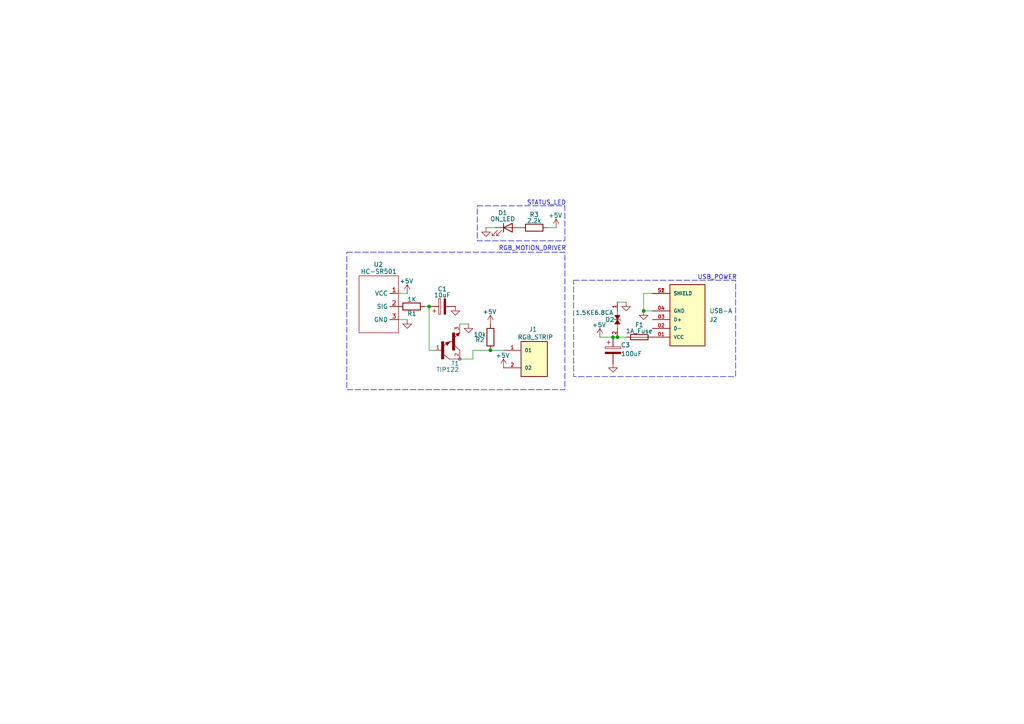
<source format=kicad_sch>
(kicad_sch (version 20231120) (generator "eeschema") (generator_version "8.0")
  (paper "A4")
  (title_block (title "Door Notify") (date "2024-10-20") (rev "B") (company "Rullo Corporation"))
  (lib_symbols
    (symbol "Device:C_Polarized" (pin_numbers hide) (pin_names (offset 0.254))
      (property "Reference" "C" (at 0.635 2.54 0))
      (property "Value" "C_Polarized" (at 0.635 -2.54 0))
      (symbol "C_Polarized_0_1"
        (rectangle (start -2.286 0.508) (end 2.286 1.016))
        (polyline (pts (xy -1.778 2.286) (xy -0.762 2.286)))
        (polyline (pts (xy -1.27 2.794) (xy -1.27 1.778)))
        (rectangle (start 2.286 -0.508) (end -2.286 -1.016) (fill (type outline)))
      )
      (symbol "C_Polarized_1_1"
        (pin passive line (at 0 3.81 270) (length 2.794) (name "~") (number "1"))
        (pin passive line (at 0 -3.81 90) (length 2.794) (name "~") (number "2"))
      )
    )
    (symbol "Device:Fuse" (pin_numbers hide) (pin_names (offset 0))
      (property "Reference" "F" (at 2.032 0 90))
      (property "Value" "Fuse" (at -1.905 0 90))
      (symbol "Fuse_0_1"
        (rectangle (start -0.762 -2.54) (end 0.762 2.54) (stroke (width 0.254)))
        (polyline (pts (xy 0 2.54) (xy 0 -2.54)))
      )
      (symbol "Fuse_1_1"
        (pin passive line (at 0 3.81 270) (length 1.27) (name "~") (number "1"))
        (pin passive line (at 0 -3.81 90) (length 1.27) (name "~") (number "2"))
      )
    )
    (symbol "Device:LED" (pin_numbers hide) (pin_names (offset 1.016) hide)
      (property "Reference" "D" (at 0 2.54 0))
      (property "Value" "LED" (at 0 -2.54 0))
      (symbol "LED_0_1"
        (polyline (pts (xy -1.27 -1.27) (xy -1.27 1.27)) (stroke (width 0.254)))
        (polyline (pts (xy -1.27 0) (xy 1.27 0)))
        (polyline (pts (xy 1.27 -1.27) (xy 1.27 1.27) (xy -1.27 0) (xy 1.27 -1.27)) (stroke (width 0.254)))
        (polyline (pts (xy -3.048 -0.762) (xy -4.572 -2.286) (xy -3.81 -2.286) (xy -4.572 -2.286) (xy -4.572 -1.524)))
        (polyline (pts (xy -1.778 -0.762) (xy -3.302 -2.286) (xy -2.54 -2.286) (xy -3.302 -2.286) (xy -3.302 -1.524)))
      )
      (symbol "LED_1_1"
        (pin passive line (at -3.81 0 0) (length 2.54) (name "K") (number "1"))
        (pin passive line (at 3.81 0 180) (length 2.54) (name "A") (number "2"))
      )
    )
    (symbol "Device:R" (pin_numbers hide) (pin_names (offset 0))
      (property "Reference" "R" (at 2.032 0 90))
      (property "Value" "R" (at 0 0 90))
      (symbol "R_0_1"
        (rectangle (start -1.016 -2.54) (end 1.016 2.54) (stroke (width 0.254)))
      )
      (symbol "R_1_1"
        (pin passive line (at 0 3.81 270) (length 1.27) (name "~") (number "1"))
        (pin passive line (at 0 -3.81 90) (length 1.27) (name "~") (number "2"))
      )
    )
    (symbol "TIP122:TIP122" (pin_names (offset 1.016))
      (property "Reference" "T" (at -6.3504 7.6205 0))
      (property "Value" "TIP122" (at -4.0719 5.0899 0))
      (symbol "TIP122_0_0"
        (rectangle (start -0.2544 -2.5438) (end 0.508 2.54) (stroke (width 0.1)) (fill (type outline)))
        (polyline (pts (xy 0.916 -2.186) (xy 1.424 -1.424)) (stroke (width 0.1524)))
        (polyline (pts (xy 1.016 -2.159) (xy 2.032 -2.413)) (stroke (width 0.127)))
        (polyline (pts (xy 1.143 -2.032) (xy 1.905 -2.286)) (stroke (width 0.254)))
        (polyline (pts (xy 1.186 -1.84) (xy 0.208 -1.197)) (stroke (width 0.1524)))
        (polyline (pts (xy 1.397 -1.778) (xy 1.397 -1.905)) (stroke (width 0.254)))
        (polyline (pts (xy 1.397 -1.651) (xy 1.143 -2.032)) (stroke (width 0.127)))
        (polyline (pts (xy 1.397 -1.524) (xy 1.016 -2.159)) (stroke (width 0.127)))
        (polyline (pts (xy 1.424 -1.424) (xy 2.286 -2.54)) (stroke (width 0.1524)))
        (polyline (pts (xy 1.905 -2.286) (xy 1.397 -1.778)) (stroke (width 0.254)))
        (polyline (pts (xy 2.032 -2.413) (xy 1.397 -1.651)) (stroke (width 0.127)))
        (polyline (pts (xy 2.032 2.54) (xy 0.508 1.27)) (stroke (width 0.1524)))
        (polyline (pts (xy 2.159 -2.413) (xy 1.397 -1.524)) (stroke (width 0.127)))
        (polyline (pts (xy 2.286 -2.54) (xy 0.916 -2.186)) (stroke (width 0.1524)))
        (polyline (pts (xy 2.921 -2.54) (xy 2.286 -2.54)) (stroke (width 0.1524)))
        (polyline (pts (xy 3.964 -4.699) (xy 4.572 -4.064)) (stroke (width 0.1524)))
        (polyline (pts (xy 4.064 -4.699) (xy 4.826 -4.953)) (stroke (width 0.127)))
        (polyline (pts (xy 4.191 -4.699) (xy 4.699 -4.826)) (stroke (width 0.254)))
        (polyline (pts (xy 4.28 -4.38) (xy 3.483 -3.61)) (stroke (width 0.1524)))
        (polyline (pts (xy 4.572 -4.572) (xy 4.445 -4.572)) (stroke (width 0.254)))
        (polyline (pts (xy 4.572 -4.318) (xy 4.191 -4.699)) (stroke (width 0.254)))
        (polyline (pts (xy 4.572 -4.191) (xy 4.064 -4.699)) (stroke (width 0.127)))
        (polyline (pts (xy 4.572 -4.064) (xy 5.08 -5.08)) (stroke (width 0.1524)))
        (polyline (pts (xy 4.699 -4.826) (xy 4.572 -4.572)) (stroke (width 0.254)))
        (polyline (pts (xy 4.826 -4.953) (xy 4.572 -4.318)) (stroke (width 0.127)))
        (polyline (pts (xy 4.953 -4.953) (xy 4.572 -4.191)) (stroke (width 0.127)))
        (polyline (pts (xy 5.08 -5.08) (xy 3.964 -4.699)) (stroke (width 0.1524)))
        (polyline (pts (xy 5.08 0) (xy 3.683 -1.27)) (stroke (width 0.1524)))
        (polyline (pts (xy 5.08 2.54) (xy 2.032 2.54)) (stroke (width 0.1524)))
        (rectangle (start 2.924 -5.0853) (end 3.683 0) (stroke (width 0.1)) (fill (type outline)))
        (circle (center 5.08 2.54) (radius 0.381))
        (pin passive line (at -2.54 0 0) (length 2.54) (name "~") (number "1"))
        (pin passive line (at 5.08 2.54 270) (length 2.54) (name "~") (number "2"))
        (pin passive line (at 5.08 -7.62 90) (length 2.54) (name "~") (number "3"))
      )
    )
    (symbol "TVS_1.5KE6.8CA:1.5KE6.8CA" (pin_names (offset 1.016))
      (property "Reference" "D" (at -5.08 2.54 0))
      (property "Value" "1.5KE6.8CA" (at -5.08 -5.08 0))
      (symbol "1.5KE6.8CA_0_0"
        (polyline (pts (xy -1.27 0) (xy -2.54 0)) (stroke (width 0.1524)))
        (polyline (pts (xy 0 -0.762) (xy -0.254 -1.016)) (stroke (width 0.1524)))
        (polyline (pts (xy 0 -0.762) (xy 0 0.762)) (stroke (width 0.1524)))
        (polyline (pts (xy 0 0.762) (xy 0.254 1.016)) (stroke (width 0.1524)))
        (polyline (pts (xy 1.27 0) (xy 2.54 0)) (stroke (width 0.1524)))
        (polyline (pts (xy 0 0) (xy -1.27 -0.762) (xy -1.27 0.762) (xy 0 0)) (stroke (width 0.1524)) (fill (type outline)))
        (polyline (pts (xy 0 0) (xy 1.27 0.762) (xy 1.27 -0.762) (xy 0 0)) (stroke (width 0.1524)) (fill (type outline)))
        (pin passive line (at -5.08 0 0) (length 2.54) (name "~") (number "1"))
        (pin passive line (at 5.08 0 180) (length 2.54) (name "~") (number "2"))
      )
    )
    (symbol "Terminal_Block:EBBA-02-C-SS-BU" (pin_names (offset 1.016))
      (property "Reference" "J" (at -5.08 7.62 0))
      (property "Value" "EBBA-02-C-SS-BU" (at 15.24 -2.54 0))
      (symbol "EBBA-02-C-SS-BU_0_0"
        (rectangle (start -5.08 -2.54) (end 5.08 5.08) (stroke (width 0.254)) (fill (type background)))
        (pin bidirectional line (at -2.54 -7.62 90) (length 5.08) (name "01") (number "1"))
        (pin bidirectional line (at 2.54 -7.62 90) (length 5.08) (name "02") (number "2"))
      )
    )
    (symbol "USB-AM-S-X-X-TH:USB-AM-S-X-X-TH" (pin_names (offset 1.016))
      (property "Reference" "J" (at -5.08 8.89 0))
      (property "Value" "USB-AM-S-X-X-TH" (at -5.08 -12.7 0))
      (symbol "USB-AM-S-X-X-TH_0_0"
        (rectangle (start -5.08 -10.16) (end 5.08 7.62) (stroke (width 0.254)) (fill (type background)))
        (pin power_in line (at -10.16 5.08 0) (length 5.08) (name "VCC") (number "01"))
        (pin bidirectional line (at -10.16 2.54 0) (length 5.08) (name "D-") (number "02"))
        (pin bidirectional line (at -10.16 0 0) (length 5.08) (name "D+") (number "03"))
        (pin power_in line (at -10.16 -2.54 0) (length 5.08) (name "GND") (number "04"))
        (pin passive line (at -10.16 -7.62 0) (length 5.08) (name "SHIELD") (number "S1"))
        (pin passive line (at -10.16 -7.62 0) (length 5.08) (name "SHIELD") (number "S2"))
      )
    )
    (symbol "kicad_custom:HC-SR501"
      (property "Reference" "U" (at 2.286 9.906 0))
      (symbol "HC-SR501_0_1"
        (rectangle (start 7.62 8.89) (end -3.81 -7.62))
      )
      (symbol "HC-SR501_1_1"
        (pin input line (at 7.62 3.81 180) (length 2.54) (name "VCC") (number "1"))
        (pin output line (at 7.62 0 180) (length 2.54) (name "SIG") (number "2"))
        (pin input line (at 7.62 -3.81 180) (length 2.54) (name "GND") (number "3"))
      )
    )
    (symbol "power:+5V" (power) (pin_numbers hide) (pin_names (offset 0) hide)
      (property "Value" "+5V" (at 0 3.556 0))
      (symbol "+5V_0_1"
        (polyline (pts (xy -0.762 1.27) (xy 0 2.54)))
        (polyline (pts (xy 0 0) (xy 0 2.54)))
        (polyline (pts (xy 0 2.54) (xy 0.762 1.27)))
      )
      (symbol "+5V_1_1"
        (pin power_in line (at 0 0 90) (length 0) (name "~") (number "1"))
      )
    )
    (symbol "power:GND" (power) (pin_numbers hide) (pin_names (offset 0) hide)
      (property "Value" "GND" (at 0 -3.81 0))
      (symbol "GND_0_1"
        (polyline (pts (xy 0 0) (xy 0 -1.27) (xy 1.27 -1.27) (xy 0 -2.54) (xy -1.27 -1.27) (xy 0 -1.27)))
      )
      (symbol "GND_1_1"
        (pin power_in line (at 0 0 270) (length 0) (name "~") (number "1"))
      )
    )
  )
  (junction (at 177.8 97.79))
  (junction (at 186.69 90.17))
  (junction (at 124.46 88.9))
  (junction (at 142.24 101.6))
  (junction (at 179.07 97.79))
  (wire (pts (xy 173.99 97.79) (xy 177.8 97.79)))
  (wire (pts (xy 137.16 104.14) (xy 133.35 104.14)))
  (wire (pts (xy 179.07 87.63) (xy 181.61 87.63)))
  (wire (pts (xy 142.24 101.6) (xy 146.05 101.6)))
  (wire (pts (xy 115.57 85.09) (xy 118.11 85.09)))
  (wire (pts (xy 189.23 85.09) (xy 186.69 85.09)))
  (wire (pts (xy 124.46 101.6) (xy 125.73 101.6)))
  (wire (pts (xy 186.69 85.09) (xy 186.69 90.17)))
  (wire (pts (xy 137.16 101.6) (xy 137.16 104.14)))
  (wire (pts (xy 177.8 97.79) (xy 179.07 97.79)))
  (wire (pts (xy 140.97 66.04) (xy 143.51 66.04)))
  (wire (pts (xy 133.35 93.98) (xy 135.89 93.98)))
  (wire (pts (xy 158.75 66.04) (xy 161.29 66.04)))
  (wire (pts (xy 179.07 97.79) (xy 181.61 97.79)))
  (wire (pts (xy 186.69 90.17) (xy 189.23 90.17)))
  (wire (pts (xy 123.19 88.9) (xy 124.46 88.9)))
  (wire (pts (xy 124.46 88.9) (xy 124.46 101.6)))
  (wire (pts (xy 142.24 101.6) (xy 137.16 101.6)))
  (wire (pts (xy 115.57 92.71) (xy 118.11 92.71)))
  (rectangle (start 138.43 59.69) (end 163.83 69.85) (stroke (width 0) (type dash)))
  (rectangle (start 100.584 73.152) (end 163.83 113.03) (stroke (width 0) (type dash)))
  (rectangle (start 166.37 81.28) (end 213.36 109.22) (stroke (width 0) (type dash)))
  (text "STATUS_LED" (at 158.496 58.928 0) (effects (font (size 1.27 1.27))))
  (text "RGB_MOTION_DRIVER" (at 154.432 72.136 0) (effects (font (size 1.27 1.27))))
  (text "USB_POWER" (at 208.026 80.518 0) (effects (font (size 1.27 1.27))))
  (symbol (lib_id "TVS_1.5KE6.8CA:1.5KE6.8CA") (at 179.07 92.71 270) (unit 1)
    (property "Reference" "D2" (at 175.514 92.71 90) (effects (justify left)))
    (property "Value" "1.5KE6.8CA" (at 166.878 90.678 90) (effects (justify left)))
    (property "Footprint" "TVS_1.5KE6.8CA:DIOAD1586W101L900D530" (effects (hide yes)))
    (property "MF" "Taiwan Semiconductor" (effects (hide yes)))
    (property "MAXIMUM_PACKAGE_HEIGHT" "5.6 mm" (effects (hide yes)))
    (property "Package" "DO-201 Taiwan Semiconductor" (effects (hide yes)))
    (property "Price" "None" (effects (hide yes)))
    (property "Check_prices" "https://www.snapeda.com/parts/1.5KE6.8CA/Taiwan+Semiconductor/view-part/?ref=eda" (effects (hide yes)))
    (property "STANDARD" "IPC-7351B" (effects (hide yes)))
    (property "PARTREV" "O2104" (effects (hide yes)))
    (property "SnapEDA_Link" "https://www.snapeda.com/parts/1.5KE6.8CA/Taiwan+Semiconductor/view-part/?ref=snap" (effects (hide yes)))
    (property "MP" "1.5KE6.8CA" (effects (hide yes)))
    (property "Description_1" "\n1500W, 6.8V, 5%, Bidirectional, TVS\n" (effects (hide yes)))
    (property "Availability" "In Stock" (effects (hide yes)))
    (property "MANUFACTURER" "Taiwan Semiconductor" (effects (hide yes)))
  )
  (symbol (lib_id "power:+5V") (at 173.99 97.79 0) (unit 1)
    (property "Reference" "#PWR09" (effects (hide yes)))
    (property "Value" "+5V" (at 173.736 94.234 0))
    (property "Description" "Power symbol creates a global label with name \"+5V\"" (effects (hide yes)))
  )
  (symbol (lib_id "Device:C_Polarized") (at 128.27 88.9 90) (unit 1)
    (property "Reference" "C1" (at 128.27 83.82 90))
    (property "Value" "10uF" (at 128.27 85.598 90))
    (property "Footprint" "Capacitor_THT:CP_Radial_D5.0mm_P2.50mm" (effects (hide yes)))
    (property "Description" "Polarized capacitor" (effects (hide yes)))
  )
  (symbol (lib_id "power:GND") (at 140.97 66.04 0) (unit 1)
    (property "Reference" "#PWR05" (effects (hide yes)))
    (property "Value" "GND" (effects (hide yes)))
    (property "Description" "Power symbol creates a global label with name \"GND\" , ground" (effects (hide yes)))
  )
  (symbol (lib_id "power:GND") (at 135.89 93.98 0) (unit 1)
    (property "Reference" "#PWR03" (effects (hide yes)))
    (property "Value" "GND" (effects (hide yes)))
    (property "Description" "Power symbol creates a global label with name \"GND\" , ground" (effects (hide yes)))
  )
  (symbol (lib_id "Device:LED") (at 147.32 66.04 0) (unit 1)
    (property "Reference" "D1" (at 145.796 61.722 0))
    (property "Value" "ON_LED" (at 145.796 63.5 0))
    (property "Footprint" "LED_THT:LED_D5.0mm" (effects (hide yes)))
    (property "Description" "Light emitting diode" (effects (hide yes)))
  )
  (symbol (lib_id "power:GND") (at 132.08 88.9 0) (unit 1)
    (property "Reference" "#PWR04" (effects (hide yes)))
    (property "Value" "GND" (effects (hide yes)))
    (property "Description" "Power symbol creates a global label with name \"GND\" , ground" (effects (hide yes)))
  )
  (symbol (lib_id "power:GND") (at 181.61 87.63 0) (unit 1)
    (property "Reference" "#PWR011" (effects (hide yes)))
    (property "Value" "GND" (effects (hide yes)))
    (property "Description" "Power symbol creates a global label with name \"GND\" , ground" (effects (hide yes)))
  )
  (symbol (lib_id "power:GND") (at 118.11 92.71 0) (unit 1)
    (property "Reference" "#PWR01" (effects (hide yes)))
    (property "Value" "GND" (effects (hide yes)))
    (property "Description" "Power symbol creates a global label with name \"GND\" , ground" (effects (hide yes)))
  )
  (symbol (lib_id "power:+5V") (at 118.11 85.09 0) (unit 1)
    (property "Reference" "#PWR02" (effects (hide yes)))
    (property "Value" "+5V" (at 117.856 81.534 0))
    (property "Description" "Power symbol creates a global label with name \"+5V\"" (effects (hide yes)))
  )
  (symbol (lib_id "Device:R") (at 142.24 97.79 180) (unit 1)
    (property "Reference" "R2" (at 139.192 98.552 0))
    (property "Value" "10k" (at 139.192 97.028 0))
    (property "Footprint" "Resistor_THT:R_Axial_DIN0207_L6.3mm_D2.5mm_P10.16mm_Horizontal" (effects (hide yes)))
    (property "Description" "Resistor" (effects (hide yes)))
  )
  (symbol (lib_id "power:+5V") (at 161.29 66.04 0) (unit 1)
    (property "Reference" "#PWR010" (effects (hide yes)))
    (property "Value" "+5V" (at 161.036 62.484 0))
    (property "Description" "Power symbol creates a global label with name \"+5V\"" (effects (hide yes)))
  )
  (symbol (lib_id "power:GND") (at 186.69 90.17 0) (unit 1)
    (property "Reference" "#PWR07" (effects (hide yes)))
    (property "Value" "GND" (effects (hide yes)))
    (property "Description" "Power symbol creates a global label with name \"GND\" , ground" (effects (hide yes)))
  )
  (symbol (lib_id "Terminal_Block:EBBA-02-C-SS-BU") (at 153.67 104.14 270) (unit 1)
    (property "Reference" "J1" (at 153.416 95.504 90) (effects (justify left)))
    (property "Value" "RGB_STRIP" (at 150.114 97.79 90) (effects (justify left)))
    (property "Footprint" "EBBA-02-C-SS-BU:EBBA-02-C-SS-BU" (effects (hide yes)))
    (property "MF" "Adam Tech" (effects (hide yes)))
    (property "Description_1" "\nTerminal block, EURO BLOCK, slotted screw, 5.00mm pitch, blue, 2 position | Adam Tech EBBA-02-C-SS-BU\n" (effects (hide yes)))
    (property "Package" "None" (effects (hide yes)))
    (property "Price" "None" (effects (hide yes)))
    (property "SnapEDA_Link" "https://www.snapeda.com/parts/EBBA-02-C-SS-BU/Adam+Tech/view-part/?ref=snap" (effects (hide yes)))
    (property "MP" "EBBA-02-C-SS-BU" (effects (hide yes)))
    (property "Purchase-URL" "https://www.snapeda.com/api/url_track_click_mouser/?unipart_id=583598&manufacturer=Adam Tech&part_name=EBBA-02-C-SS-BU&search_term=screw terminal block 2 pin" (effects (hide yes)))
    (property "Availability" "In Stock" (effects (hide yes)))
    (property "Check_prices" "https://www.snapeda.com/parts/EBBA-02-C-SS-BU/Adam+Tech/view-part/?ref=eda" (effects (hide yes)))
  )
  (symbol (lib_id "TIP122:TIP122") (at 128.27 101.6 0) (mirror x) (unit 1)
    (property "Reference" "T1" (at 130.81 105.41 0) (effects (justify left)))
    (property "Value" "TIP122" (at 126.492 107.188 0) (effects (justify left)))
    (property "Footprint" "TIP122:TIP122" (effects (hide yes)))
    (property "MF" "ON Semiconductor" (effects (hide yes)))
    (property "Description_1" "\nBipolar (BJT) Transistor NPN - Darlington 100 V 5 A - 2 W Through Hole TO-220-3\n" (effects (hide yes)))
    (property "Package" "TO-220-3 ON Semiconductor" (effects (hide yes)))
    (property "Price" "None" (effects (hide yes)))
    (property "SnapEDA_Link" "https://www.snapeda.com/parts/TIP122/Onsemi/view-part/?ref=snap" (effects (hide yes)))
    (property "MP" "TIP122" (effects (hide yes)))
    (property "Purchase-URL" "https://www.snapeda.com/api/url_track_click_mouser/?unipart_id=550441&manufacturer=ON Semiconductor&part_name=TIP122&search_term=None" (effects (hide yes)))
    (property "Availability" "In Stock" (effects (hide yes)))
    (property "Check_prices" "https://www.snapeda.com/parts/TIP122/Onsemi/view-part/?ref=eda" (effects (hide yes)))
  )
  (symbol (lib_id "kicad_custom:HC-SR501") (at 107.95 88.9 0) (unit 1)
    (property "Reference" "U2" (at 109.728 76.708 0))
    (property "Value" "HC-SR501" (at 109.855 78.74 0))
    (property "Footprint" "Connector_PinHeader_2.54mm:PinHeader_1x03_P2.54mm_Vertical" (effects (hide yes)))
  )
  (symbol (lib_id "Device:R") (at 154.94 66.04 90) (unit 1)
    (property "Reference" "R3" (at 154.94 62.23 90))
    (property "Value" "2.2k" (at 154.94 64.008 90))
    (property "Footprint" "Resistor_THT:R_Axial_DIN0207_L6.3mm_D2.5mm_P10.16mm_Horizontal" (effects (hide yes)))
    (property "Description" "Resistor" (effects (hide yes)))
  )
  (symbol (lib_id "power:GND") (at 177.8 105.41 0) (unit 1)
    (property "Reference" "#PWR06" (effects (hide yes)))
    (property "Value" "GND" (effects (hide yes)))
    (property "Description" "Power symbol creates a global label with name \"GND\" , ground" (effects (hide yes)))
  )
  (symbol (lib_id "Device:R") (at 119.38 88.9 270) (unit 1)
    (property "Reference" "R1" (at 118.11 90.932 90) (effects (justify left)))
    (property "Value" "1K" (at 118.11 86.868 90) (effects (justify left)))
    (property "Footprint" "Resistor_THT:R_Axial_DIN0207_L6.3mm_D2.5mm_P10.16mm_Horizontal" (effects (hide yes)))
    (property "Description" "Resistor" (effects (hide yes)))
  )
  (symbol (lib_id "USB-AM-S-X-X-TH:USB-AM-S-X-X-TH") (at 199.39 92.71 0) (mirror x) (unit 1)
    (property "Reference" "J2" (at 205.74 92.7101 0) (effects (justify left)))
    (property "Value" "USB-A" (at 205.74 90.1701 0) (effects (justify left)))
    (property "Footprint" "USB-AM-S-X-X-TH:SAMTEC_USB-AM-S-X-X-TH" (effects (hide yes)))
    (property "MF" "Samtec" (effects (hide yes)))
    (property "MAXIMUM_PACKAGE_HEIGHT" "4.6 mm" (effects (hide yes)))
    (property "Package" "None" (effects (hide yes)))
    (property "Price" "None" (effects (hide yes)))
    (property "Check_prices" "https://www.snapeda.com/parts/USB-AM-S-F-W-TH/Samtec+Inc./view-part/?ref=eda" (effects (hide yes)))
    (property "STANDARD" "Manufacturer Recommendations" (effects (hide yes)))
    (property "PARTREV" "U" (effects (hide yes)))
    (property "SnapEDA_Link" "https://www.snapeda.com/parts/USB-AM-S-F-W-TH/Samtec+Inc./view-part/?ref=snap" (effects (hide yes)))
    (property "MP" "USB-AM-S-F-W-TH" (effects (hide yes)))
    (property "Description_1" "\nUSB-A (USB TYPE-A) USB 2.0 Plug Connector 4 Position Through Hole, Right Angle\n" (effects (hide yes)))
    (property "Availability" "In Stock" (effects (hide yes)))
    (property "MANUFACTURER" "Samtec" (effects (hide yes)))
  )
  (symbol (lib_id "power:+5V") (at 146.05 106.68 0) (unit 1)
    (property "Reference" "#PWR012" (effects (hide yes)))
    (property "Value" "+5V" (at 145.796 103.124 0))
    (property "Description" "Power symbol creates a global label with name \"+5V\"" (effects (hide yes)))
  )
  (symbol (lib_id "Device:C_Polarized") (at 177.8 101.6 0) (unit 1)
    (property "Reference" "C3" (at 180.086 100.076 0) (effects (justify left)))
    (property "Value" "100uF" (at 180.086 102.616 0) (effects (justify left)))
    (property "Footprint" "Capacitor_THT:CP_Radial_D5.0mm_P2.50mm" (effects (hide yes)))
    (property "Description" "Polarized capacitor" (effects (hide yes)))
  )
  (symbol (lib_id "Device:Fuse") (at 185.42 97.79 90) (unit 1)
    (property "Reference" "F1" (at 185.42 94.234 90))
    (property "Value" "1A_Fuse" (at 185.42 96.012 90))
    (property "Footprint" "Fuse:Fuseholder_Cylinder-5x20mm_Schurter_0031_8201_Horizontal_Open" (effects (hide yes)))
    (property "Description" "Fuse" (effects (hide yes)))
  )
  (symbol (lib_id "power:+5V") (at 142.24 93.98 0) (unit 1)
    (property "Reference" "#PWR08" (effects (hide yes)))
    (property "Value" "+5V" (at 141.986 90.424 0))
    (property "Description" "Power symbol creates a global label with name \"+5V\"" (effects (hide yes)))
  )
)
</source>
